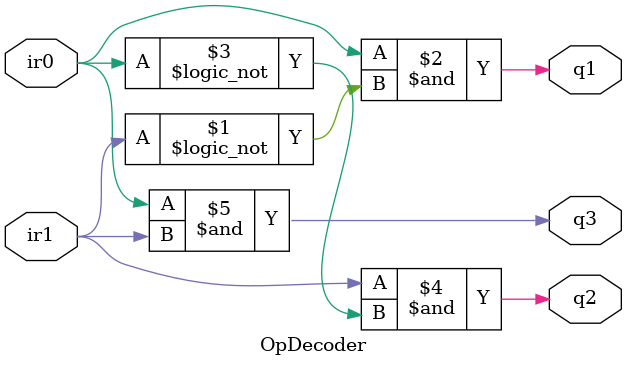
<source format=v>
module OpDecoder(ir0, ir1, q1, q2, q3);
input ir0, ir1;
output q1, q2, q3;
wire q1 = ir0 & !ir1,
q2 = ir1 & !ir0,
q3 = ir0 & ir1;
endmodule

</source>
